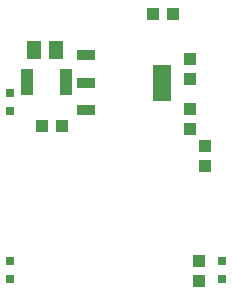
<source format=gbr>
G04 EAGLE Gerber RS-274X export*
G75*
%MOMM*%
%FSLAX34Y34*%
%LPD*%
%INSolderpaste Top*%
%IPPOS*%
%AMOC8*
5,1,8,0,0,1.08239X$1,22.5*%
G01*
%ADD10R,1.100000X1.000000*%
%ADD11R,1.000000X1.100000*%
%ADD12R,1.300000X1.500000*%
%ADD13R,0.800000X0.800000*%
%ADD14R,1.100000X2.200000*%
%ADD15R,1.600200X0.838200*%
%ADD16R,1.600200X3.098800*%


D10*
X421655Y356611D03*
X421655Y339611D03*
D11*
X394580Y468630D03*
X377580Y468630D03*
D10*
X408777Y370737D03*
X408777Y387737D03*
X416560Y242080D03*
X416560Y259080D03*
D12*
X295250Y438150D03*
X276250Y438150D03*
D13*
X435610Y243960D03*
X435610Y258960D03*
X256540Y258960D03*
X256540Y243960D03*
D10*
X408940Y412823D03*
X408940Y429823D03*
D14*
X270520Y410845D03*
X303520Y410845D03*
D15*
X321056Y433324D03*
X321056Y410210D03*
X321056Y387096D03*
D16*
X385064Y410210D03*
D11*
X283600Y373380D03*
X300600Y373380D03*
D13*
X256540Y401200D03*
X256540Y386200D03*
M02*

</source>
